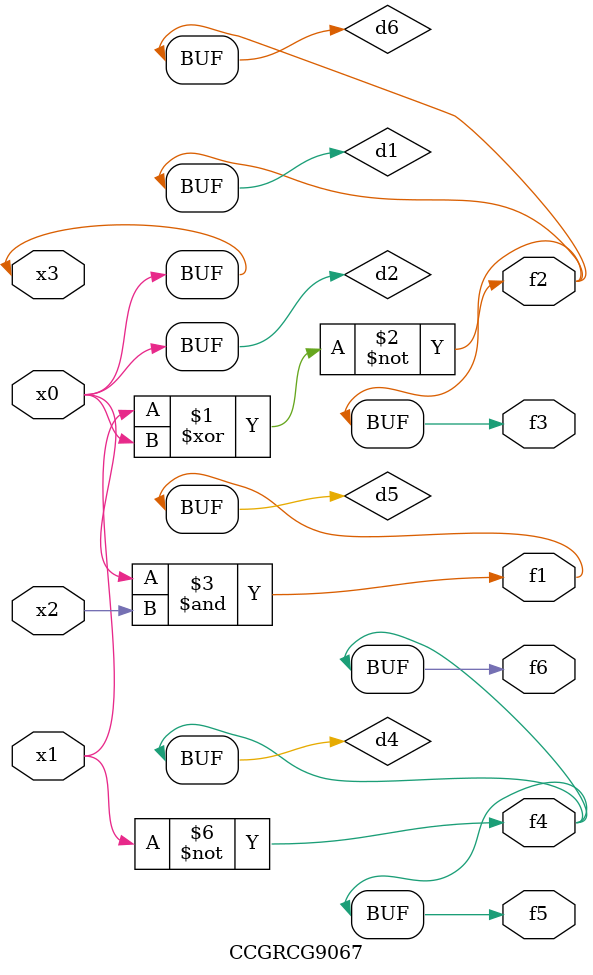
<source format=v>
module CCGRCG9067(
	input x0, x1, x2, x3,
	output f1, f2, f3, f4, f5, f6
);

	wire d1, d2, d3, d4, d5, d6;

	xnor (d1, x1, x3);
	buf (d2, x0, x3);
	nand (d3, x0, x2);
	not (d4, x1);
	nand (d5, d3);
	or (d6, d1);
	assign f1 = d5;
	assign f2 = d6;
	assign f3 = d6;
	assign f4 = d4;
	assign f5 = d4;
	assign f6 = d4;
endmodule

</source>
